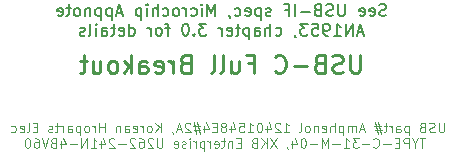
<source format=gbr>
G04 #@! TF.GenerationSoftware,KiCad,Pcbnew,(5.1.2-1)-1*
G04 #@! TF.CreationDate,2020-04-26T15:35:38+02:00*
G04 #@! TF.ProjectId,USB-C-USB-3.2,5553422d-432d-4555-9342-2d332e322e6b,rev?*
G04 #@! TF.SameCoordinates,Original*
G04 #@! TF.FileFunction,Legend,Bot*
G04 #@! TF.FilePolarity,Positive*
%FSLAX46Y46*%
G04 Gerber Fmt 4.6, Leading zero omitted, Abs format (unit mm)*
G04 Created by KiCad (PCBNEW (5.1.2-1)-1) date 2020-04-26 15:35:38*
%MOMM*%
%LPD*%
G04 APERTURE LIST*
%ADD10C,0.100000*%
%ADD11C,0.250000*%
%ADD12C,0.150000*%
G04 APERTURE END LIST*
D10*
X101359523Y-79411904D02*
X101359523Y-80059523D01*
X101321428Y-80135714D01*
X101283333Y-80173809D01*
X101207142Y-80211904D01*
X101054761Y-80211904D01*
X100978571Y-80173809D01*
X100940476Y-80135714D01*
X100902380Y-80059523D01*
X100902380Y-79411904D01*
X100559523Y-80173809D02*
X100445238Y-80211904D01*
X100254761Y-80211904D01*
X100178571Y-80173809D01*
X100140476Y-80135714D01*
X100102380Y-80059523D01*
X100102380Y-79983333D01*
X100140476Y-79907142D01*
X100178571Y-79869047D01*
X100254761Y-79830952D01*
X100407142Y-79792857D01*
X100483333Y-79754761D01*
X100521428Y-79716666D01*
X100559523Y-79640476D01*
X100559523Y-79564285D01*
X100521428Y-79488095D01*
X100483333Y-79450000D01*
X100407142Y-79411904D01*
X100216666Y-79411904D01*
X100102380Y-79450000D01*
X99492857Y-79792857D02*
X99378571Y-79830952D01*
X99340476Y-79869047D01*
X99302380Y-79945238D01*
X99302380Y-80059523D01*
X99340476Y-80135714D01*
X99378571Y-80173809D01*
X99454761Y-80211904D01*
X99759523Y-80211904D01*
X99759523Y-79411904D01*
X99492857Y-79411904D01*
X99416666Y-79450000D01*
X99378571Y-79488095D01*
X99340476Y-79564285D01*
X99340476Y-79640476D01*
X99378571Y-79716666D01*
X99416666Y-79754761D01*
X99492857Y-79792857D01*
X99759523Y-79792857D01*
X98350000Y-79678571D02*
X98350000Y-80478571D01*
X98350000Y-79716666D02*
X98273809Y-79678571D01*
X98121428Y-79678571D01*
X98045238Y-79716666D01*
X98007142Y-79754761D01*
X97969047Y-79830952D01*
X97969047Y-80059523D01*
X98007142Y-80135714D01*
X98045238Y-80173809D01*
X98121428Y-80211904D01*
X98273809Y-80211904D01*
X98350000Y-80173809D01*
X97283333Y-80211904D02*
X97283333Y-79792857D01*
X97321428Y-79716666D01*
X97397619Y-79678571D01*
X97550000Y-79678571D01*
X97626190Y-79716666D01*
X97283333Y-80173809D02*
X97359523Y-80211904D01*
X97550000Y-80211904D01*
X97626190Y-80173809D01*
X97664285Y-80097619D01*
X97664285Y-80021428D01*
X97626190Y-79945238D01*
X97550000Y-79907142D01*
X97359523Y-79907142D01*
X97283333Y-79869047D01*
X96902380Y-80211904D02*
X96902380Y-79678571D01*
X96902380Y-79830952D02*
X96864285Y-79754761D01*
X96826190Y-79716666D01*
X96750000Y-79678571D01*
X96673809Y-79678571D01*
X96521428Y-79678571D02*
X96216666Y-79678571D01*
X96407142Y-79411904D02*
X96407142Y-80097619D01*
X96369047Y-80173809D01*
X96292857Y-80211904D01*
X96216666Y-80211904D01*
X95988095Y-79678571D02*
X95416666Y-79678571D01*
X95759523Y-79335714D02*
X95988095Y-80364285D01*
X95492857Y-80021428D02*
X96064285Y-80021428D01*
X95721428Y-80364285D02*
X95492857Y-79335714D01*
X94578571Y-79983333D02*
X94197619Y-79983333D01*
X94654761Y-80211904D02*
X94388095Y-79411904D01*
X94121428Y-80211904D01*
X93854761Y-80211904D02*
X93854761Y-79678571D01*
X93854761Y-79754761D02*
X93816666Y-79716666D01*
X93740476Y-79678571D01*
X93626190Y-79678571D01*
X93550000Y-79716666D01*
X93511904Y-79792857D01*
X93511904Y-80211904D01*
X93511904Y-79792857D02*
X93473809Y-79716666D01*
X93397619Y-79678571D01*
X93283333Y-79678571D01*
X93207142Y-79716666D01*
X93169047Y-79792857D01*
X93169047Y-80211904D01*
X92788095Y-79678571D02*
X92788095Y-80478571D01*
X92788095Y-79716666D02*
X92711904Y-79678571D01*
X92559523Y-79678571D01*
X92483333Y-79716666D01*
X92445238Y-79754761D01*
X92407142Y-79830952D01*
X92407142Y-80059523D01*
X92445238Y-80135714D01*
X92483333Y-80173809D01*
X92559523Y-80211904D01*
X92711904Y-80211904D01*
X92788095Y-80173809D01*
X92064285Y-80211904D02*
X92064285Y-79411904D01*
X91721428Y-80211904D02*
X91721428Y-79792857D01*
X91759523Y-79716666D01*
X91835714Y-79678571D01*
X91950000Y-79678571D01*
X92026190Y-79716666D01*
X92064285Y-79754761D01*
X91035714Y-80173809D02*
X91111904Y-80211904D01*
X91264285Y-80211904D01*
X91340476Y-80173809D01*
X91378571Y-80097619D01*
X91378571Y-79792857D01*
X91340476Y-79716666D01*
X91264285Y-79678571D01*
X91111904Y-79678571D01*
X91035714Y-79716666D01*
X90997619Y-79792857D01*
X90997619Y-79869047D01*
X91378571Y-79945238D01*
X90654761Y-79678571D02*
X90654761Y-80211904D01*
X90654761Y-79754761D02*
X90616666Y-79716666D01*
X90540476Y-79678571D01*
X90426190Y-79678571D01*
X90350000Y-79716666D01*
X90311904Y-79792857D01*
X90311904Y-80211904D01*
X89816666Y-80211904D02*
X89892857Y-80173809D01*
X89930952Y-80135714D01*
X89969047Y-80059523D01*
X89969047Y-79830952D01*
X89930952Y-79754761D01*
X89892857Y-79716666D01*
X89816666Y-79678571D01*
X89702380Y-79678571D01*
X89626190Y-79716666D01*
X89588095Y-79754761D01*
X89550000Y-79830952D01*
X89550000Y-80059523D01*
X89588095Y-80135714D01*
X89626190Y-80173809D01*
X89702380Y-80211904D01*
X89816666Y-80211904D01*
X89092857Y-80211904D02*
X89169047Y-80173809D01*
X89207142Y-80097619D01*
X89207142Y-79411904D01*
X87759523Y-80211904D02*
X88216666Y-80211904D01*
X87988095Y-80211904D02*
X87988095Y-79411904D01*
X88064285Y-79526190D01*
X88140476Y-79602380D01*
X88216666Y-79640476D01*
X87454761Y-79488095D02*
X87416666Y-79450000D01*
X87340476Y-79411904D01*
X87150000Y-79411904D01*
X87073809Y-79450000D01*
X87035714Y-79488095D01*
X86997619Y-79564285D01*
X86997619Y-79640476D01*
X87035714Y-79754761D01*
X87492857Y-80211904D01*
X86997619Y-80211904D01*
X86311904Y-79678571D02*
X86311904Y-80211904D01*
X86502380Y-79373809D02*
X86692857Y-79945238D01*
X86197619Y-79945238D01*
X85740476Y-79411904D02*
X85664285Y-79411904D01*
X85588095Y-79450000D01*
X85550000Y-79488095D01*
X85511904Y-79564285D01*
X85473809Y-79716666D01*
X85473809Y-79907142D01*
X85511904Y-80059523D01*
X85550000Y-80135714D01*
X85588095Y-80173809D01*
X85664285Y-80211904D01*
X85740476Y-80211904D01*
X85816666Y-80173809D01*
X85854761Y-80135714D01*
X85892857Y-80059523D01*
X85930952Y-79907142D01*
X85930952Y-79716666D01*
X85892857Y-79564285D01*
X85854761Y-79488095D01*
X85816666Y-79450000D01*
X85740476Y-79411904D01*
X84711904Y-80211904D02*
X85169047Y-80211904D01*
X84940476Y-80211904D02*
X84940476Y-79411904D01*
X85016666Y-79526190D01*
X85092857Y-79602380D01*
X85169047Y-79640476D01*
X83988095Y-79411904D02*
X84369047Y-79411904D01*
X84407142Y-79792857D01*
X84369047Y-79754761D01*
X84292857Y-79716666D01*
X84102380Y-79716666D01*
X84026190Y-79754761D01*
X83988095Y-79792857D01*
X83950000Y-79869047D01*
X83950000Y-80059523D01*
X83988095Y-80135714D01*
X84026190Y-80173809D01*
X84102380Y-80211904D01*
X84292857Y-80211904D01*
X84369047Y-80173809D01*
X84407142Y-80135714D01*
X83264285Y-79678571D02*
X83264285Y-80211904D01*
X83454761Y-79373809D02*
X83645238Y-79945238D01*
X83150000Y-79945238D01*
X82730952Y-79754761D02*
X82807142Y-79716666D01*
X82845238Y-79678571D01*
X82883333Y-79602380D01*
X82883333Y-79564285D01*
X82845238Y-79488095D01*
X82807142Y-79450000D01*
X82730952Y-79411904D01*
X82578571Y-79411904D01*
X82502380Y-79450000D01*
X82464285Y-79488095D01*
X82426190Y-79564285D01*
X82426190Y-79602380D01*
X82464285Y-79678571D01*
X82502380Y-79716666D01*
X82578571Y-79754761D01*
X82730952Y-79754761D01*
X82807142Y-79792857D01*
X82845238Y-79830952D01*
X82883333Y-79907142D01*
X82883333Y-80059523D01*
X82845238Y-80135714D01*
X82807142Y-80173809D01*
X82730952Y-80211904D01*
X82578571Y-80211904D01*
X82502380Y-80173809D01*
X82464285Y-80135714D01*
X82426190Y-80059523D01*
X82426190Y-79907142D01*
X82464285Y-79830952D01*
X82502380Y-79792857D01*
X82578571Y-79754761D01*
X82083333Y-79792857D02*
X81816666Y-79792857D01*
X81702380Y-80211904D02*
X82083333Y-80211904D01*
X82083333Y-79411904D01*
X81702380Y-79411904D01*
X81016666Y-79678571D02*
X81016666Y-80211904D01*
X81207142Y-79373809D02*
X81397619Y-79945238D01*
X80902380Y-79945238D01*
X80635714Y-79678571D02*
X80064285Y-79678571D01*
X80407142Y-79335714D02*
X80635714Y-80364285D01*
X80140476Y-80021428D02*
X80711904Y-80021428D01*
X80369047Y-80364285D02*
X80140476Y-79335714D01*
X79835714Y-79488095D02*
X79797619Y-79450000D01*
X79721428Y-79411904D01*
X79530952Y-79411904D01*
X79454761Y-79450000D01*
X79416666Y-79488095D01*
X79378571Y-79564285D01*
X79378571Y-79640476D01*
X79416666Y-79754761D01*
X79873809Y-80211904D01*
X79378571Y-80211904D01*
X79073809Y-79983333D02*
X78692857Y-79983333D01*
X79150000Y-80211904D02*
X78883333Y-79411904D01*
X78616666Y-80211904D01*
X78311904Y-80173809D02*
X78311904Y-80211904D01*
X78350000Y-80288095D01*
X78388095Y-80326190D01*
X77359523Y-80211904D02*
X77359523Y-79411904D01*
X76902380Y-80211904D02*
X77245238Y-79754761D01*
X76902380Y-79411904D02*
X77359523Y-79869047D01*
X76445238Y-80211904D02*
X76521428Y-80173809D01*
X76559523Y-80135714D01*
X76597619Y-80059523D01*
X76597619Y-79830952D01*
X76559523Y-79754761D01*
X76521428Y-79716666D01*
X76445238Y-79678571D01*
X76330952Y-79678571D01*
X76254761Y-79716666D01*
X76216666Y-79754761D01*
X76178571Y-79830952D01*
X76178571Y-80059523D01*
X76216666Y-80135714D01*
X76254761Y-80173809D01*
X76330952Y-80211904D01*
X76445238Y-80211904D01*
X75835714Y-80211904D02*
X75835714Y-79678571D01*
X75835714Y-79830952D02*
X75797619Y-79754761D01*
X75759523Y-79716666D01*
X75683333Y-79678571D01*
X75607142Y-79678571D01*
X75035714Y-80173809D02*
X75111904Y-80211904D01*
X75264285Y-80211904D01*
X75340476Y-80173809D01*
X75378571Y-80097619D01*
X75378571Y-79792857D01*
X75340476Y-79716666D01*
X75264285Y-79678571D01*
X75111904Y-79678571D01*
X75035714Y-79716666D01*
X74997619Y-79792857D01*
X74997619Y-79869047D01*
X75378571Y-79945238D01*
X74311904Y-80211904D02*
X74311904Y-79792857D01*
X74350000Y-79716666D01*
X74426190Y-79678571D01*
X74578571Y-79678571D01*
X74654761Y-79716666D01*
X74311904Y-80173809D02*
X74388095Y-80211904D01*
X74578571Y-80211904D01*
X74654761Y-80173809D01*
X74692857Y-80097619D01*
X74692857Y-80021428D01*
X74654761Y-79945238D01*
X74578571Y-79907142D01*
X74388095Y-79907142D01*
X74311904Y-79869047D01*
X73930952Y-79678571D02*
X73930952Y-80211904D01*
X73930952Y-79754761D02*
X73892857Y-79716666D01*
X73816666Y-79678571D01*
X73702380Y-79678571D01*
X73626190Y-79716666D01*
X73588095Y-79792857D01*
X73588095Y-80211904D01*
X72597619Y-80211904D02*
X72597619Y-79411904D01*
X72597619Y-79792857D02*
X72140476Y-79792857D01*
X72140476Y-80211904D02*
X72140476Y-79411904D01*
X71759523Y-80211904D02*
X71759523Y-79678571D01*
X71759523Y-79830952D02*
X71721428Y-79754761D01*
X71683333Y-79716666D01*
X71607142Y-79678571D01*
X71530952Y-79678571D01*
X71150000Y-80211904D02*
X71226190Y-80173809D01*
X71264285Y-80135714D01*
X71302380Y-80059523D01*
X71302380Y-79830952D01*
X71264285Y-79754761D01*
X71226190Y-79716666D01*
X71150000Y-79678571D01*
X71035714Y-79678571D01*
X70959523Y-79716666D01*
X70921428Y-79754761D01*
X70883333Y-79830952D01*
X70883333Y-80059523D01*
X70921428Y-80135714D01*
X70959523Y-80173809D01*
X71035714Y-80211904D01*
X71150000Y-80211904D01*
X70540476Y-79678571D02*
X70540476Y-80478571D01*
X70540476Y-79716666D02*
X70464285Y-79678571D01*
X70311904Y-79678571D01*
X70235714Y-79716666D01*
X70197619Y-79754761D01*
X70159523Y-79830952D01*
X70159523Y-80059523D01*
X70197619Y-80135714D01*
X70235714Y-80173809D01*
X70311904Y-80211904D01*
X70464285Y-80211904D01*
X70540476Y-80173809D01*
X69473809Y-80211904D02*
X69473809Y-79792857D01*
X69511904Y-79716666D01*
X69588095Y-79678571D01*
X69740476Y-79678571D01*
X69816666Y-79716666D01*
X69473809Y-80173809D02*
X69550000Y-80211904D01*
X69740476Y-80211904D01*
X69816666Y-80173809D01*
X69854761Y-80097619D01*
X69854761Y-80021428D01*
X69816666Y-79945238D01*
X69740476Y-79907142D01*
X69550000Y-79907142D01*
X69473809Y-79869047D01*
X69092857Y-80211904D02*
X69092857Y-79678571D01*
X69092857Y-79830952D02*
X69054761Y-79754761D01*
X69016666Y-79716666D01*
X68940476Y-79678571D01*
X68864285Y-79678571D01*
X68711904Y-79678571D02*
X68407142Y-79678571D01*
X68597619Y-79411904D02*
X68597619Y-80097619D01*
X68559523Y-80173809D01*
X68483333Y-80211904D01*
X68407142Y-80211904D01*
X68178571Y-80173809D02*
X68102380Y-80211904D01*
X67950000Y-80211904D01*
X67873809Y-80173809D01*
X67835714Y-80097619D01*
X67835714Y-80059523D01*
X67873809Y-79983333D01*
X67950000Y-79945238D01*
X68064285Y-79945238D01*
X68140476Y-79907142D01*
X68178571Y-79830952D01*
X68178571Y-79792857D01*
X68140476Y-79716666D01*
X68064285Y-79678571D01*
X67950000Y-79678571D01*
X67873809Y-79716666D01*
X66883333Y-79792857D02*
X66616666Y-79792857D01*
X66502380Y-80211904D02*
X66883333Y-80211904D01*
X66883333Y-79411904D01*
X66502380Y-79411904D01*
X66045238Y-80211904D02*
X66121428Y-80173809D01*
X66159523Y-80097619D01*
X66159523Y-79411904D01*
X65435714Y-80173809D02*
X65511904Y-80211904D01*
X65664285Y-80211904D01*
X65740476Y-80173809D01*
X65778571Y-80097619D01*
X65778571Y-79792857D01*
X65740476Y-79716666D01*
X65664285Y-79678571D01*
X65511904Y-79678571D01*
X65435714Y-79716666D01*
X65397619Y-79792857D01*
X65397619Y-79869047D01*
X65778571Y-79945238D01*
X64711904Y-80173809D02*
X64788095Y-80211904D01*
X64940476Y-80211904D01*
X65016666Y-80173809D01*
X65054761Y-80135714D01*
X65092857Y-80059523D01*
X65092857Y-79830952D01*
X65054761Y-79754761D01*
X65016666Y-79716666D01*
X64940476Y-79678571D01*
X64788095Y-79678571D01*
X64711904Y-79716666D01*
X99740476Y-80711904D02*
X99283333Y-80711904D01*
X99511904Y-81511904D02*
X99511904Y-80711904D01*
X98864285Y-81130952D02*
X98864285Y-81511904D01*
X99130952Y-80711904D02*
X98864285Y-81130952D01*
X98597619Y-80711904D01*
X98330952Y-81511904D02*
X98330952Y-80711904D01*
X98026190Y-80711904D01*
X97950000Y-80750000D01*
X97911904Y-80788095D01*
X97873809Y-80864285D01*
X97873809Y-80978571D01*
X97911904Y-81054761D01*
X97950000Y-81092857D01*
X98026190Y-81130952D01*
X98330952Y-81130952D01*
X97530952Y-81092857D02*
X97264285Y-81092857D01*
X97150000Y-81511904D02*
X97530952Y-81511904D01*
X97530952Y-80711904D01*
X97150000Y-80711904D01*
X96807142Y-81207142D02*
X96197619Y-81207142D01*
X95359523Y-81435714D02*
X95397619Y-81473809D01*
X95511904Y-81511904D01*
X95588095Y-81511904D01*
X95702380Y-81473809D01*
X95778571Y-81397619D01*
X95816666Y-81321428D01*
X95854761Y-81169047D01*
X95854761Y-81054761D01*
X95816666Y-80902380D01*
X95778571Y-80826190D01*
X95702380Y-80750000D01*
X95588095Y-80711904D01*
X95511904Y-80711904D01*
X95397619Y-80750000D01*
X95359523Y-80788095D01*
X95016666Y-81207142D02*
X94407142Y-81207142D01*
X94102380Y-80711904D02*
X93607142Y-80711904D01*
X93873809Y-81016666D01*
X93759523Y-81016666D01*
X93683333Y-81054761D01*
X93645238Y-81092857D01*
X93607142Y-81169047D01*
X93607142Y-81359523D01*
X93645238Y-81435714D01*
X93683333Y-81473809D01*
X93759523Y-81511904D01*
X93988095Y-81511904D01*
X94064285Y-81473809D01*
X94102380Y-81435714D01*
X92845238Y-81511904D02*
X93302380Y-81511904D01*
X93073809Y-81511904D02*
X93073809Y-80711904D01*
X93150000Y-80826190D01*
X93226190Y-80902380D01*
X93302380Y-80940476D01*
X92502380Y-81207142D02*
X91892857Y-81207142D01*
X91511904Y-81511904D02*
X91511904Y-80711904D01*
X91245238Y-81283333D01*
X90978571Y-80711904D01*
X90978571Y-81511904D01*
X90597619Y-81207142D02*
X89988095Y-81207142D01*
X89454761Y-80711904D02*
X89378571Y-80711904D01*
X89302380Y-80750000D01*
X89264285Y-80788095D01*
X89226190Y-80864285D01*
X89188095Y-81016666D01*
X89188095Y-81207142D01*
X89226190Y-81359523D01*
X89264285Y-81435714D01*
X89302380Y-81473809D01*
X89378571Y-81511904D01*
X89454761Y-81511904D01*
X89530952Y-81473809D01*
X89569047Y-81435714D01*
X89607142Y-81359523D01*
X89645238Y-81207142D01*
X89645238Y-81016666D01*
X89607142Y-80864285D01*
X89569047Y-80788095D01*
X89530952Y-80750000D01*
X89454761Y-80711904D01*
X88502380Y-80978571D02*
X88502380Y-81511904D01*
X88692857Y-80673809D02*
X88883333Y-81245238D01*
X88388095Y-81245238D01*
X88045238Y-81473809D02*
X88045238Y-81511904D01*
X88083333Y-81588095D01*
X88121428Y-81626190D01*
X87169047Y-80711904D02*
X86635714Y-81511904D01*
X86635714Y-80711904D02*
X87169047Y-81511904D01*
X86330952Y-81511904D02*
X86330952Y-80711904D01*
X85873809Y-81511904D02*
X86216666Y-81054761D01*
X85873809Y-80711904D02*
X86330952Y-81169047D01*
X85264285Y-81092857D02*
X85150000Y-81130952D01*
X85111904Y-81169047D01*
X85073809Y-81245238D01*
X85073809Y-81359523D01*
X85111904Y-81435714D01*
X85150000Y-81473809D01*
X85226190Y-81511904D01*
X85530952Y-81511904D01*
X85530952Y-80711904D01*
X85264285Y-80711904D01*
X85188095Y-80750000D01*
X85150000Y-80788095D01*
X85111904Y-80864285D01*
X85111904Y-80940476D01*
X85150000Y-81016666D01*
X85188095Y-81054761D01*
X85264285Y-81092857D01*
X85530952Y-81092857D01*
X84121428Y-81092857D02*
X83854761Y-81092857D01*
X83740476Y-81511904D02*
X84121428Y-81511904D01*
X84121428Y-80711904D01*
X83740476Y-80711904D01*
X83397619Y-80978571D02*
X83397619Y-81511904D01*
X83397619Y-81054761D02*
X83359523Y-81016666D01*
X83283333Y-80978571D01*
X83169047Y-80978571D01*
X83092857Y-81016666D01*
X83054761Y-81092857D01*
X83054761Y-81511904D01*
X82788095Y-80978571D02*
X82483333Y-80978571D01*
X82673809Y-80711904D02*
X82673809Y-81397619D01*
X82635714Y-81473809D01*
X82559523Y-81511904D01*
X82483333Y-81511904D01*
X81911904Y-81473809D02*
X81988095Y-81511904D01*
X82140476Y-81511904D01*
X82216666Y-81473809D01*
X82254761Y-81397619D01*
X82254761Y-81092857D01*
X82216666Y-81016666D01*
X82140476Y-80978571D01*
X81988095Y-80978571D01*
X81911904Y-81016666D01*
X81873809Y-81092857D01*
X81873809Y-81169047D01*
X82254761Y-81245238D01*
X81530952Y-81511904D02*
X81530952Y-80978571D01*
X81530952Y-81130952D02*
X81492857Y-81054761D01*
X81454761Y-81016666D01*
X81378571Y-80978571D01*
X81302380Y-80978571D01*
X81035714Y-80978571D02*
X81035714Y-81778571D01*
X81035714Y-81016666D02*
X80959523Y-80978571D01*
X80807142Y-80978571D01*
X80730952Y-81016666D01*
X80692857Y-81054761D01*
X80654761Y-81130952D01*
X80654761Y-81359523D01*
X80692857Y-81435714D01*
X80730952Y-81473809D01*
X80807142Y-81511904D01*
X80959523Y-81511904D01*
X81035714Y-81473809D01*
X80311904Y-81511904D02*
X80311904Y-80978571D01*
X80311904Y-81130952D02*
X80273809Y-81054761D01*
X80235714Y-81016666D01*
X80159523Y-80978571D01*
X80083333Y-80978571D01*
X79816666Y-81511904D02*
X79816666Y-80978571D01*
X79816666Y-80711904D02*
X79854761Y-80750000D01*
X79816666Y-80788095D01*
X79778571Y-80750000D01*
X79816666Y-80711904D01*
X79816666Y-80788095D01*
X79473809Y-81473809D02*
X79397619Y-81511904D01*
X79245238Y-81511904D01*
X79169047Y-81473809D01*
X79130952Y-81397619D01*
X79130952Y-81359523D01*
X79169047Y-81283333D01*
X79245238Y-81245238D01*
X79359523Y-81245238D01*
X79435714Y-81207142D01*
X79473809Y-81130952D01*
X79473809Y-81092857D01*
X79435714Y-81016666D01*
X79359523Y-80978571D01*
X79245238Y-80978571D01*
X79169047Y-81016666D01*
X78483333Y-81473809D02*
X78559523Y-81511904D01*
X78711904Y-81511904D01*
X78788095Y-81473809D01*
X78826190Y-81397619D01*
X78826190Y-81092857D01*
X78788095Y-81016666D01*
X78711904Y-80978571D01*
X78559523Y-80978571D01*
X78483333Y-81016666D01*
X78445238Y-81092857D01*
X78445238Y-81169047D01*
X78826190Y-81245238D01*
X77492857Y-80711904D02*
X77492857Y-81359523D01*
X77454761Y-81435714D01*
X77416666Y-81473809D01*
X77340476Y-81511904D01*
X77188095Y-81511904D01*
X77111904Y-81473809D01*
X77073809Y-81435714D01*
X77035714Y-81359523D01*
X77035714Y-80711904D01*
X76692857Y-80788095D02*
X76654761Y-80750000D01*
X76578571Y-80711904D01*
X76388095Y-80711904D01*
X76311904Y-80750000D01*
X76273809Y-80788095D01*
X76235714Y-80864285D01*
X76235714Y-80940476D01*
X76273809Y-81054761D01*
X76730952Y-81511904D01*
X76235714Y-81511904D01*
X75550000Y-80711904D02*
X75702380Y-80711904D01*
X75778571Y-80750000D01*
X75816666Y-80788095D01*
X75892857Y-80902380D01*
X75930952Y-81054761D01*
X75930952Y-81359523D01*
X75892857Y-81435714D01*
X75854761Y-81473809D01*
X75778571Y-81511904D01*
X75626190Y-81511904D01*
X75550000Y-81473809D01*
X75511904Y-81435714D01*
X75473809Y-81359523D01*
X75473809Y-81169047D01*
X75511904Y-81092857D01*
X75550000Y-81054761D01*
X75626190Y-81016666D01*
X75778571Y-81016666D01*
X75854761Y-81054761D01*
X75892857Y-81092857D01*
X75930952Y-81169047D01*
X75169047Y-80788095D02*
X75130952Y-80750000D01*
X75054761Y-80711904D01*
X74864285Y-80711904D01*
X74788095Y-80750000D01*
X74750000Y-80788095D01*
X74711904Y-80864285D01*
X74711904Y-80940476D01*
X74750000Y-81054761D01*
X75207142Y-81511904D01*
X74711904Y-81511904D01*
X74369047Y-81207142D02*
X73759523Y-81207142D01*
X73416666Y-80788095D02*
X73378571Y-80750000D01*
X73302380Y-80711904D01*
X73111904Y-80711904D01*
X73035714Y-80750000D01*
X72997619Y-80788095D01*
X72959523Y-80864285D01*
X72959523Y-80940476D01*
X72997619Y-81054761D01*
X73454761Y-81511904D01*
X72959523Y-81511904D01*
X72273809Y-80978571D02*
X72273809Y-81511904D01*
X72464285Y-80673809D02*
X72654761Y-81245238D01*
X72159523Y-81245238D01*
X71435714Y-81511904D02*
X71892857Y-81511904D01*
X71664285Y-81511904D02*
X71664285Y-80711904D01*
X71740476Y-80826190D01*
X71816666Y-80902380D01*
X71892857Y-80940476D01*
X71092857Y-81511904D02*
X71092857Y-80711904D01*
X70635714Y-81511904D01*
X70635714Y-80711904D01*
X70254761Y-81207142D02*
X69645238Y-81207142D01*
X68921428Y-80978571D02*
X68921428Y-81511904D01*
X69111904Y-80673809D02*
X69302380Y-81245238D01*
X68807142Y-81245238D01*
X68235714Y-81092857D02*
X68121428Y-81130952D01*
X68083333Y-81169047D01*
X68045238Y-81245238D01*
X68045238Y-81359523D01*
X68083333Y-81435714D01*
X68121428Y-81473809D01*
X68197619Y-81511904D01*
X68502380Y-81511904D01*
X68502380Y-80711904D01*
X68235714Y-80711904D01*
X68159523Y-80750000D01*
X68121428Y-80788095D01*
X68083333Y-80864285D01*
X68083333Y-80940476D01*
X68121428Y-81016666D01*
X68159523Y-81054761D01*
X68235714Y-81092857D01*
X68502380Y-81092857D01*
X67816666Y-80711904D02*
X67550000Y-81511904D01*
X67283333Y-80711904D01*
X66673809Y-80711904D02*
X66826190Y-80711904D01*
X66902380Y-80750000D01*
X66940476Y-80788095D01*
X67016666Y-80902380D01*
X67054761Y-81054761D01*
X67054761Y-81359523D01*
X67016666Y-81435714D01*
X66978571Y-81473809D01*
X66902380Y-81511904D01*
X66750000Y-81511904D01*
X66673809Y-81473809D01*
X66635714Y-81435714D01*
X66597619Y-81359523D01*
X66597619Y-81169047D01*
X66635714Y-81092857D01*
X66673809Y-81054761D01*
X66750000Y-81016666D01*
X66902380Y-81016666D01*
X66978571Y-81054761D01*
X67016666Y-81092857D01*
X67054761Y-81169047D01*
X66102380Y-80711904D02*
X66026190Y-80711904D01*
X65950000Y-80750000D01*
X65911904Y-80788095D01*
X65873809Y-80864285D01*
X65835714Y-81016666D01*
X65835714Y-81207142D01*
X65873809Y-81359523D01*
X65911904Y-81435714D01*
X65950000Y-81473809D01*
X66026190Y-81511904D01*
X66102380Y-81511904D01*
X66178571Y-81473809D01*
X66216666Y-81435714D01*
X66254761Y-81359523D01*
X66292857Y-81207142D01*
X66292857Y-81016666D01*
X66254761Y-80864285D01*
X66216666Y-80788095D01*
X66178571Y-80750000D01*
X66102380Y-80711904D01*
D11*
X94250000Y-73678571D02*
X94250000Y-74892857D01*
X94178571Y-75035714D01*
X94107142Y-75107142D01*
X93964285Y-75178571D01*
X93678571Y-75178571D01*
X93535714Y-75107142D01*
X93464285Y-75035714D01*
X93392857Y-74892857D01*
X93392857Y-73678571D01*
X92750000Y-75107142D02*
X92535714Y-75178571D01*
X92178571Y-75178571D01*
X92035714Y-75107142D01*
X91964285Y-75035714D01*
X91892857Y-74892857D01*
X91892857Y-74750000D01*
X91964285Y-74607142D01*
X92035714Y-74535714D01*
X92178571Y-74464285D01*
X92464285Y-74392857D01*
X92607142Y-74321428D01*
X92678571Y-74250000D01*
X92750000Y-74107142D01*
X92750000Y-73964285D01*
X92678571Y-73821428D01*
X92607142Y-73750000D01*
X92464285Y-73678571D01*
X92107142Y-73678571D01*
X91892857Y-73750000D01*
X90750000Y-74392857D02*
X90535714Y-74464285D01*
X90464285Y-74535714D01*
X90392857Y-74678571D01*
X90392857Y-74892857D01*
X90464285Y-75035714D01*
X90535714Y-75107142D01*
X90678571Y-75178571D01*
X91250000Y-75178571D01*
X91250000Y-73678571D01*
X90750000Y-73678571D01*
X90607142Y-73750000D01*
X90535714Y-73821428D01*
X90464285Y-73964285D01*
X90464285Y-74107142D01*
X90535714Y-74250000D01*
X90607142Y-74321428D01*
X90750000Y-74392857D01*
X91250000Y-74392857D01*
X89750000Y-74607142D02*
X88607142Y-74607142D01*
X87035714Y-75035714D02*
X87107142Y-75107142D01*
X87321428Y-75178571D01*
X87464285Y-75178571D01*
X87678571Y-75107142D01*
X87821428Y-74964285D01*
X87892857Y-74821428D01*
X87964285Y-74535714D01*
X87964285Y-74321428D01*
X87892857Y-74035714D01*
X87821428Y-73892857D01*
X87678571Y-73750000D01*
X87464285Y-73678571D01*
X87321428Y-73678571D01*
X87107142Y-73750000D01*
X87035714Y-73821428D01*
X84750000Y-74392857D02*
X85250000Y-74392857D01*
X85250000Y-75178571D02*
X85250000Y-73678571D01*
X84535714Y-73678571D01*
X83321428Y-74178571D02*
X83321428Y-75178571D01*
X83964285Y-74178571D02*
X83964285Y-74964285D01*
X83892857Y-75107142D01*
X83750000Y-75178571D01*
X83535714Y-75178571D01*
X83392857Y-75107142D01*
X83321428Y-75035714D01*
X82392857Y-75178571D02*
X82535714Y-75107142D01*
X82607142Y-74964285D01*
X82607142Y-73678571D01*
X81607142Y-75178571D02*
X81750000Y-75107142D01*
X81821428Y-74964285D01*
X81821428Y-73678571D01*
X79392857Y-74392857D02*
X79178571Y-74464285D01*
X79107142Y-74535714D01*
X79035714Y-74678571D01*
X79035714Y-74892857D01*
X79107142Y-75035714D01*
X79178571Y-75107142D01*
X79321428Y-75178571D01*
X79892857Y-75178571D01*
X79892857Y-73678571D01*
X79392857Y-73678571D01*
X79250000Y-73750000D01*
X79178571Y-73821428D01*
X79107142Y-73964285D01*
X79107142Y-74107142D01*
X79178571Y-74250000D01*
X79250000Y-74321428D01*
X79392857Y-74392857D01*
X79892857Y-74392857D01*
X78392857Y-75178571D02*
X78392857Y-74178571D01*
X78392857Y-74464285D02*
X78321428Y-74321428D01*
X78250000Y-74250000D01*
X78107142Y-74178571D01*
X77964285Y-74178571D01*
X76892857Y-75107142D02*
X77035714Y-75178571D01*
X77321428Y-75178571D01*
X77464285Y-75107142D01*
X77535714Y-74964285D01*
X77535714Y-74392857D01*
X77464285Y-74250000D01*
X77321428Y-74178571D01*
X77035714Y-74178571D01*
X76892857Y-74250000D01*
X76821428Y-74392857D01*
X76821428Y-74535714D01*
X77535714Y-74678571D01*
X75535714Y-75178571D02*
X75535714Y-74392857D01*
X75607142Y-74250000D01*
X75750000Y-74178571D01*
X76035714Y-74178571D01*
X76178571Y-74250000D01*
X75535714Y-75107142D02*
X75678571Y-75178571D01*
X76035714Y-75178571D01*
X76178571Y-75107142D01*
X76250000Y-74964285D01*
X76250000Y-74821428D01*
X76178571Y-74678571D01*
X76035714Y-74607142D01*
X75678571Y-74607142D01*
X75535714Y-74535714D01*
X74821428Y-75178571D02*
X74821428Y-73678571D01*
X74678571Y-74607142D02*
X74250000Y-75178571D01*
X74250000Y-74178571D02*
X74821428Y-74750000D01*
X73392857Y-75178571D02*
X73535714Y-75107142D01*
X73607142Y-75035714D01*
X73678571Y-74892857D01*
X73678571Y-74464285D01*
X73607142Y-74321428D01*
X73535714Y-74250000D01*
X73392857Y-74178571D01*
X73178571Y-74178571D01*
X73035714Y-74250000D01*
X72964285Y-74321428D01*
X72892857Y-74464285D01*
X72892857Y-74892857D01*
X72964285Y-75035714D01*
X73035714Y-75107142D01*
X73178571Y-75178571D01*
X73392857Y-75178571D01*
X71607142Y-74178571D02*
X71607142Y-75178571D01*
X72250000Y-74178571D02*
X72250000Y-74964285D01*
X72178571Y-75107142D01*
X72035714Y-75178571D01*
X71821428Y-75178571D01*
X71678571Y-75107142D01*
X71607142Y-75035714D01*
X71107142Y-74178571D02*
X70535714Y-74178571D01*
X70892857Y-73678571D02*
X70892857Y-74964285D01*
X70821428Y-75107142D01*
X70678571Y-75178571D01*
X70535714Y-75178571D01*
D12*
X96428571Y-70329761D02*
X96285714Y-70377380D01*
X96047619Y-70377380D01*
X95952380Y-70329761D01*
X95904761Y-70282142D01*
X95857142Y-70186904D01*
X95857142Y-70091666D01*
X95904761Y-69996428D01*
X95952380Y-69948809D01*
X96047619Y-69901190D01*
X96238095Y-69853571D01*
X96333333Y-69805952D01*
X96380952Y-69758333D01*
X96428571Y-69663095D01*
X96428571Y-69567857D01*
X96380952Y-69472619D01*
X96333333Y-69425000D01*
X96238095Y-69377380D01*
X96000000Y-69377380D01*
X95857142Y-69425000D01*
X95047619Y-70329761D02*
X95142857Y-70377380D01*
X95333333Y-70377380D01*
X95428571Y-70329761D01*
X95476190Y-70234523D01*
X95476190Y-69853571D01*
X95428571Y-69758333D01*
X95333333Y-69710714D01*
X95142857Y-69710714D01*
X95047619Y-69758333D01*
X95000000Y-69853571D01*
X95000000Y-69948809D01*
X95476190Y-70044047D01*
X94190476Y-70329761D02*
X94285714Y-70377380D01*
X94476190Y-70377380D01*
X94571428Y-70329761D01*
X94619047Y-70234523D01*
X94619047Y-69853571D01*
X94571428Y-69758333D01*
X94476190Y-69710714D01*
X94285714Y-69710714D01*
X94190476Y-69758333D01*
X94142857Y-69853571D01*
X94142857Y-69948809D01*
X94619047Y-70044047D01*
X92952380Y-69377380D02*
X92952380Y-70186904D01*
X92904761Y-70282142D01*
X92857142Y-70329761D01*
X92761904Y-70377380D01*
X92571428Y-70377380D01*
X92476190Y-70329761D01*
X92428571Y-70282142D01*
X92380952Y-70186904D01*
X92380952Y-69377380D01*
X91952380Y-70329761D02*
X91809523Y-70377380D01*
X91571428Y-70377380D01*
X91476190Y-70329761D01*
X91428571Y-70282142D01*
X91380952Y-70186904D01*
X91380952Y-70091666D01*
X91428571Y-69996428D01*
X91476190Y-69948809D01*
X91571428Y-69901190D01*
X91761904Y-69853571D01*
X91857142Y-69805952D01*
X91904761Y-69758333D01*
X91952380Y-69663095D01*
X91952380Y-69567857D01*
X91904761Y-69472619D01*
X91857142Y-69425000D01*
X91761904Y-69377380D01*
X91523809Y-69377380D01*
X91380952Y-69425000D01*
X90619047Y-69853571D02*
X90476190Y-69901190D01*
X90428571Y-69948809D01*
X90380952Y-70044047D01*
X90380952Y-70186904D01*
X90428571Y-70282142D01*
X90476190Y-70329761D01*
X90571428Y-70377380D01*
X90952380Y-70377380D01*
X90952380Y-69377380D01*
X90619047Y-69377380D01*
X90523809Y-69425000D01*
X90476190Y-69472619D01*
X90428571Y-69567857D01*
X90428571Y-69663095D01*
X90476190Y-69758333D01*
X90523809Y-69805952D01*
X90619047Y-69853571D01*
X90952380Y-69853571D01*
X89952380Y-69996428D02*
X89190476Y-69996428D01*
X88714285Y-70377380D02*
X88714285Y-69377380D01*
X87904761Y-69853571D02*
X88238095Y-69853571D01*
X88238095Y-70377380D02*
X88238095Y-69377380D01*
X87761904Y-69377380D01*
X86666666Y-70329761D02*
X86571428Y-70377380D01*
X86380952Y-70377380D01*
X86285714Y-70329761D01*
X86238095Y-70234523D01*
X86238095Y-70186904D01*
X86285714Y-70091666D01*
X86380952Y-70044047D01*
X86523809Y-70044047D01*
X86619047Y-69996428D01*
X86666666Y-69901190D01*
X86666666Y-69853571D01*
X86619047Y-69758333D01*
X86523809Y-69710714D01*
X86380952Y-69710714D01*
X86285714Y-69758333D01*
X85809523Y-69710714D02*
X85809523Y-70710714D01*
X85809523Y-69758333D02*
X85714285Y-69710714D01*
X85523809Y-69710714D01*
X85428571Y-69758333D01*
X85380952Y-69805952D01*
X85333333Y-69901190D01*
X85333333Y-70186904D01*
X85380952Y-70282142D01*
X85428571Y-70329761D01*
X85523809Y-70377380D01*
X85714285Y-70377380D01*
X85809523Y-70329761D01*
X84523809Y-70329761D02*
X84619047Y-70377380D01*
X84809523Y-70377380D01*
X84904761Y-70329761D01*
X84952380Y-70234523D01*
X84952380Y-69853571D01*
X84904761Y-69758333D01*
X84809523Y-69710714D01*
X84619047Y-69710714D01*
X84523809Y-69758333D01*
X84476190Y-69853571D01*
X84476190Y-69948809D01*
X84952380Y-70044047D01*
X83619047Y-70329761D02*
X83714285Y-70377380D01*
X83904761Y-70377380D01*
X84000000Y-70329761D01*
X84047619Y-70282142D01*
X84095238Y-70186904D01*
X84095238Y-69901190D01*
X84047619Y-69805952D01*
X84000000Y-69758333D01*
X83904761Y-69710714D01*
X83714285Y-69710714D01*
X83619047Y-69758333D01*
X83142857Y-70329761D02*
X83142857Y-70377380D01*
X83190476Y-70472619D01*
X83238095Y-70520238D01*
X81952380Y-70377380D02*
X81952380Y-69377380D01*
X81619047Y-70091666D01*
X81285714Y-69377380D01*
X81285714Y-70377380D01*
X80809523Y-70377380D02*
X80809523Y-69710714D01*
X80809523Y-69377380D02*
X80857142Y-69425000D01*
X80809523Y-69472619D01*
X80761904Y-69425000D01*
X80809523Y-69377380D01*
X80809523Y-69472619D01*
X79904761Y-70329761D02*
X80000000Y-70377380D01*
X80190476Y-70377380D01*
X80285714Y-70329761D01*
X80333333Y-70282142D01*
X80380952Y-70186904D01*
X80380952Y-69901190D01*
X80333333Y-69805952D01*
X80285714Y-69758333D01*
X80190476Y-69710714D01*
X80000000Y-69710714D01*
X79904761Y-69758333D01*
X79476190Y-70377380D02*
X79476190Y-69710714D01*
X79476190Y-69901190D02*
X79428571Y-69805952D01*
X79380952Y-69758333D01*
X79285714Y-69710714D01*
X79190476Y-69710714D01*
X78714285Y-70377380D02*
X78809523Y-70329761D01*
X78857142Y-70282142D01*
X78904761Y-70186904D01*
X78904761Y-69901190D01*
X78857142Y-69805952D01*
X78809523Y-69758333D01*
X78714285Y-69710714D01*
X78571428Y-69710714D01*
X78476190Y-69758333D01*
X78428571Y-69805952D01*
X78380952Y-69901190D01*
X78380952Y-70186904D01*
X78428571Y-70282142D01*
X78476190Y-70329761D01*
X78571428Y-70377380D01*
X78714285Y-70377380D01*
X77523809Y-70329761D02*
X77619047Y-70377380D01*
X77809523Y-70377380D01*
X77904761Y-70329761D01*
X77952380Y-70282142D01*
X78000000Y-70186904D01*
X78000000Y-69901190D01*
X77952380Y-69805952D01*
X77904761Y-69758333D01*
X77809523Y-69710714D01*
X77619047Y-69710714D01*
X77523809Y-69758333D01*
X77095238Y-70377380D02*
X77095238Y-69377380D01*
X76666666Y-70377380D02*
X76666666Y-69853571D01*
X76714285Y-69758333D01*
X76809523Y-69710714D01*
X76952380Y-69710714D01*
X77047619Y-69758333D01*
X77095238Y-69805952D01*
X76190476Y-70377380D02*
X76190476Y-69710714D01*
X76190476Y-69377380D02*
X76238095Y-69425000D01*
X76190476Y-69472619D01*
X76142857Y-69425000D01*
X76190476Y-69377380D01*
X76190476Y-69472619D01*
X75714285Y-69710714D02*
X75714285Y-70710714D01*
X75714285Y-69758333D02*
X75619047Y-69710714D01*
X75428571Y-69710714D01*
X75333333Y-69758333D01*
X75285714Y-69805952D01*
X75238095Y-69901190D01*
X75238095Y-70186904D01*
X75285714Y-70282142D01*
X75333333Y-70329761D01*
X75428571Y-70377380D01*
X75619047Y-70377380D01*
X75714285Y-70329761D01*
X74095238Y-70091666D02*
X73619047Y-70091666D01*
X74190476Y-70377380D02*
X73857142Y-69377380D01*
X73523809Y-70377380D01*
X73190476Y-69710714D02*
X73190476Y-70710714D01*
X73190476Y-69758333D02*
X73095238Y-69710714D01*
X72904761Y-69710714D01*
X72809523Y-69758333D01*
X72761904Y-69805952D01*
X72714285Y-69901190D01*
X72714285Y-70186904D01*
X72761904Y-70282142D01*
X72809523Y-70329761D01*
X72904761Y-70377380D01*
X73095238Y-70377380D01*
X73190476Y-70329761D01*
X72285714Y-69710714D02*
X72285714Y-70710714D01*
X72285714Y-69758333D02*
X72190476Y-69710714D01*
X72000000Y-69710714D01*
X71904761Y-69758333D01*
X71857142Y-69805952D01*
X71809523Y-69901190D01*
X71809523Y-70186904D01*
X71857142Y-70282142D01*
X71904761Y-70329761D01*
X72000000Y-70377380D01*
X72190476Y-70377380D01*
X72285714Y-70329761D01*
X71380952Y-69710714D02*
X71380952Y-70377380D01*
X71380952Y-69805952D02*
X71333333Y-69758333D01*
X71238095Y-69710714D01*
X71095238Y-69710714D01*
X71000000Y-69758333D01*
X70952380Y-69853571D01*
X70952380Y-70377380D01*
X70333333Y-70377380D02*
X70428571Y-70329761D01*
X70476190Y-70282142D01*
X70523809Y-70186904D01*
X70523809Y-69901190D01*
X70476190Y-69805952D01*
X70428571Y-69758333D01*
X70333333Y-69710714D01*
X70190476Y-69710714D01*
X70095238Y-69758333D01*
X70047619Y-69805952D01*
X70000000Y-69901190D01*
X70000000Y-70186904D01*
X70047619Y-70282142D01*
X70095238Y-70329761D01*
X70190476Y-70377380D01*
X70333333Y-70377380D01*
X69714285Y-69710714D02*
X69333333Y-69710714D01*
X69571428Y-69377380D02*
X69571428Y-70234523D01*
X69523809Y-70329761D01*
X69428571Y-70377380D01*
X69333333Y-70377380D01*
X68619047Y-70329761D02*
X68714285Y-70377380D01*
X68904761Y-70377380D01*
X69000000Y-70329761D01*
X69047619Y-70234523D01*
X69047619Y-69853571D01*
X69000000Y-69758333D01*
X68904761Y-69710714D01*
X68714285Y-69710714D01*
X68619047Y-69758333D01*
X68571428Y-69853571D01*
X68571428Y-69948809D01*
X69047619Y-70044047D01*
X94500000Y-71741666D02*
X94023809Y-71741666D01*
X94595238Y-72027380D02*
X94261904Y-71027380D01*
X93928571Y-72027380D01*
X93595238Y-72027380D02*
X93595238Y-71027380D01*
X93023809Y-72027380D01*
X93023809Y-71027380D01*
X92023809Y-72027380D02*
X92595238Y-72027380D01*
X92309523Y-72027380D02*
X92309523Y-71027380D01*
X92404761Y-71170238D01*
X92500000Y-71265476D01*
X92595238Y-71313095D01*
X91547619Y-72027380D02*
X91357142Y-72027380D01*
X91261904Y-71979761D01*
X91214285Y-71932142D01*
X91119047Y-71789285D01*
X91071428Y-71598809D01*
X91071428Y-71217857D01*
X91119047Y-71122619D01*
X91166666Y-71075000D01*
X91261904Y-71027380D01*
X91452380Y-71027380D01*
X91547619Y-71075000D01*
X91595238Y-71122619D01*
X91642857Y-71217857D01*
X91642857Y-71455952D01*
X91595238Y-71551190D01*
X91547619Y-71598809D01*
X91452380Y-71646428D01*
X91261904Y-71646428D01*
X91166666Y-71598809D01*
X91119047Y-71551190D01*
X91071428Y-71455952D01*
X90166666Y-71027380D02*
X90642857Y-71027380D01*
X90690476Y-71503571D01*
X90642857Y-71455952D01*
X90547619Y-71408333D01*
X90309523Y-71408333D01*
X90214285Y-71455952D01*
X90166666Y-71503571D01*
X90119047Y-71598809D01*
X90119047Y-71836904D01*
X90166666Y-71932142D01*
X90214285Y-71979761D01*
X90309523Y-72027380D01*
X90547619Y-72027380D01*
X90642857Y-71979761D01*
X90690476Y-71932142D01*
X89785714Y-71027380D02*
X89166666Y-71027380D01*
X89500000Y-71408333D01*
X89357142Y-71408333D01*
X89261904Y-71455952D01*
X89214285Y-71503571D01*
X89166666Y-71598809D01*
X89166666Y-71836904D01*
X89214285Y-71932142D01*
X89261904Y-71979761D01*
X89357142Y-72027380D01*
X89642857Y-72027380D01*
X89738095Y-71979761D01*
X89785714Y-71932142D01*
X88690476Y-71979761D02*
X88690476Y-72027380D01*
X88738095Y-72122619D01*
X88785714Y-72170238D01*
X87071428Y-71979761D02*
X87166666Y-72027380D01*
X87357142Y-72027380D01*
X87452380Y-71979761D01*
X87500000Y-71932142D01*
X87547619Y-71836904D01*
X87547619Y-71551190D01*
X87500000Y-71455952D01*
X87452380Y-71408333D01*
X87357142Y-71360714D01*
X87166666Y-71360714D01*
X87071428Y-71408333D01*
X86642857Y-72027380D02*
X86642857Y-71027380D01*
X86214285Y-72027380D02*
X86214285Y-71503571D01*
X86261904Y-71408333D01*
X86357142Y-71360714D01*
X86500000Y-71360714D01*
X86595238Y-71408333D01*
X86642857Y-71455952D01*
X85309523Y-72027380D02*
X85309523Y-71503571D01*
X85357142Y-71408333D01*
X85452380Y-71360714D01*
X85642857Y-71360714D01*
X85738095Y-71408333D01*
X85309523Y-71979761D02*
X85404761Y-72027380D01*
X85642857Y-72027380D01*
X85738095Y-71979761D01*
X85785714Y-71884523D01*
X85785714Y-71789285D01*
X85738095Y-71694047D01*
X85642857Y-71646428D01*
X85404761Y-71646428D01*
X85309523Y-71598809D01*
X84833333Y-71360714D02*
X84833333Y-72360714D01*
X84833333Y-71408333D02*
X84738095Y-71360714D01*
X84547619Y-71360714D01*
X84452380Y-71408333D01*
X84404761Y-71455952D01*
X84357142Y-71551190D01*
X84357142Y-71836904D01*
X84404761Y-71932142D01*
X84452380Y-71979761D01*
X84547619Y-72027380D01*
X84738095Y-72027380D01*
X84833333Y-71979761D01*
X84071428Y-71360714D02*
X83690476Y-71360714D01*
X83928571Y-71027380D02*
X83928571Y-71884523D01*
X83880952Y-71979761D01*
X83785714Y-72027380D01*
X83690476Y-72027380D01*
X82976190Y-71979761D02*
X83071428Y-72027380D01*
X83261904Y-72027380D01*
X83357142Y-71979761D01*
X83404761Y-71884523D01*
X83404761Y-71503571D01*
X83357142Y-71408333D01*
X83261904Y-71360714D01*
X83071428Y-71360714D01*
X82976190Y-71408333D01*
X82928571Y-71503571D01*
X82928571Y-71598809D01*
X83404761Y-71694047D01*
X82500000Y-72027380D02*
X82500000Y-71360714D01*
X82500000Y-71551190D02*
X82452380Y-71455952D01*
X82404761Y-71408333D01*
X82309523Y-71360714D01*
X82214285Y-71360714D01*
X81214285Y-71027380D02*
X80595238Y-71027380D01*
X80928571Y-71408333D01*
X80785714Y-71408333D01*
X80690476Y-71455952D01*
X80642857Y-71503571D01*
X80595238Y-71598809D01*
X80595238Y-71836904D01*
X80642857Y-71932142D01*
X80690476Y-71979761D01*
X80785714Y-72027380D01*
X81071428Y-72027380D01*
X81166666Y-71979761D01*
X81214285Y-71932142D01*
X80166666Y-71932142D02*
X80119047Y-71979761D01*
X80166666Y-72027380D01*
X80214285Y-71979761D01*
X80166666Y-71932142D01*
X80166666Y-72027380D01*
X79500000Y-71027380D02*
X79404761Y-71027380D01*
X79309523Y-71075000D01*
X79261904Y-71122619D01*
X79214285Y-71217857D01*
X79166666Y-71408333D01*
X79166666Y-71646428D01*
X79214285Y-71836904D01*
X79261904Y-71932142D01*
X79309523Y-71979761D01*
X79404761Y-72027380D01*
X79500000Y-72027380D01*
X79595238Y-71979761D01*
X79642857Y-71932142D01*
X79690476Y-71836904D01*
X79738095Y-71646428D01*
X79738095Y-71408333D01*
X79690476Y-71217857D01*
X79642857Y-71122619D01*
X79595238Y-71075000D01*
X79500000Y-71027380D01*
X78119047Y-71360714D02*
X77738095Y-71360714D01*
X77976190Y-72027380D02*
X77976190Y-71170238D01*
X77928571Y-71075000D01*
X77833333Y-71027380D01*
X77738095Y-71027380D01*
X77261904Y-72027380D02*
X77357142Y-71979761D01*
X77404761Y-71932142D01*
X77452380Y-71836904D01*
X77452380Y-71551190D01*
X77404761Y-71455952D01*
X77357142Y-71408333D01*
X77261904Y-71360714D01*
X77119047Y-71360714D01*
X77023809Y-71408333D01*
X76976190Y-71455952D01*
X76928571Y-71551190D01*
X76928571Y-71836904D01*
X76976190Y-71932142D01*
X77023809Y-71979761D01*
X77119047Y-72027380D01*
X77261904Y-72027380D01*
X76500000Y-72027380D02*
X76500000Y-71360714D01*
X76500000Y-71551190D02*
X76452380Y-71455952D01*
X76404761Y-71408333D01*
X76309523Y-71360714D01*
X76214285Y-71360714D01*
X74690476Y-72027380D02*
X74690476Y-71027380D01*
X74690476Y-71979761D02*
X74785714Y-72027380D01*
X74976190Y-72027380D01*
X75071428Y-71979761D01*
X75119047Y-71932142D01*
X75166666Y-71836904D01*
X75166666Y-71551190D01*
X75119047Y-71455952D01*
X75071428Y-71408333D01*
X74976190Y-71360714D01*
X74785714Y-71360714D01*
X74690476Y-71408333D01*
X73833333Y-71979761D02*
X73928571Y-72027380D01*
X74119047Y-72027380D01*
X74214285Y-71979761D01*
X74261904Y-71884523D01*
X74261904Y-71503571D01*
X74214285Y-71408333D01*
X74119047Y-71360714D01*
X73928571Y-71360714D01*
X73833333Y-71408333D01*
X73785714Y-71503571D01*
X73785714Y-71598809D01*
X74261904Y-71694047D01*
X73500000Y-71360714D02*
X73119047Y-71360714D01*
X73357142Y-71027380D02*
X73357142Y-71884523D01*
X73309523Y-71979761D01*
X73214285Y-72027380D01*
X73119047Y-72027380D01*
X72357142Y-72027380D02*
X72357142Y-71503571D01*
X72404761Y-71408333D01*
X72500000Y-71360714D01*
X72690476Y-71360714D01*
X72785714Y-71408333D01*
X72357142Y-71979761D02*
X72452380Y-72027380D01*
X72690476Y-72027380D01*
X72785714Y-71979761D01*
X72833333Y-71884523D01*
X72833333Y-71789285D01*
X72785714Y-71694047D01*
X72690476Y-71646428D01*
X72452380Y-71646428D01*
X72357142Y-71598809D01*
X71880952Y-72027380D02*
X71880952Y-71360714D01*
X71880952Y-71027380D02*
X71928571Y-71075000D01*
X71880952Y-71122619D01*
X71833333Y-71075000D01*
X71880952Y-71027380D01*
X71880952Y-71122619D01*
X71261904Y-72027380D02*
X71357142Y-71979761D01*
X71404761Y-71884523D01*
X71404761Y-71027380D01*
X70928571Y-71979761D02*
X70833333Y-72027380D01*
X70642857Y-72027380D01*
X70547619Y-71979761D01*
X70500000Y-71884523D01*
X70500000Y-71836904D01*
X70547619Y-71741666D01*
X70642857Y-71694047D01*
X70785714Y-71694047D01*
X70880952Y-71646428D01*
X70928571Y-71551190D01*
X70928571Y-71503571D01*
X70880952Y-71408333D01*
X70785714Y-71360714D01*
X70642857Y-71360714D01*
X70547619Y-71408333D01*
M02*

</source>
